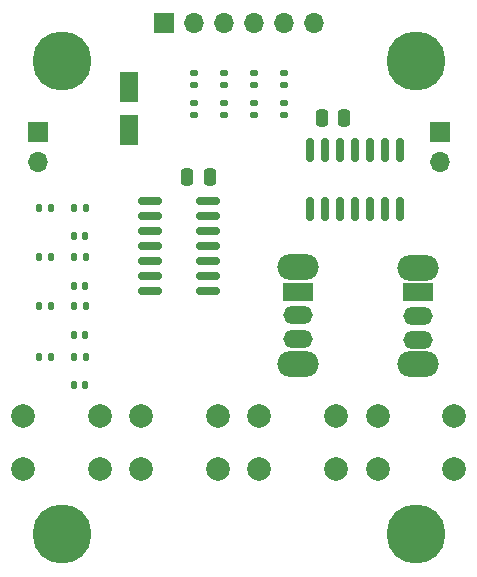
<source format=gbr>
%TF.GenerationSoftware,KiCad,Pcbnew,7.0.1-3b83917a11~172~ubuntu22.04.1*%
%TF.CreationDate,2023-04-07T18:55:38-03:00*%
%TF.ProjectId,button-debouncer,62757474-6f6e-42d6-9465-626f756e6365,rev?*%
%TF.SameCoordinates,Original*%
%TF.FileFunction,Soldermask,Top*%
%TF.FilePolarity,Negative*%
%FSLAX46Y46*%
G04 Gerber Fmt 4.6, Leading zero omitted, Abs format (unit mm)*
G04 Created by KiCad (PCBNEW 7.0.1-3b83917a11~172~ubuntu22.04.1) date 2023-04-07 18:55:38*
%MOMM*%
%LPD*%
G01*
G04 APERTURE LIST*
G04 Aperture macros list*
%AMRoundRect*
0 Rectangle with rounded corners*
0 $1 Rounding radius*
0 $2 $3 $4 $5 $6 $7 $8 $9 X,Y pos of 4 corners*
0 Add a 4 corners polygon primitive as box body*
4,1,4,$2,$3,$4,$5,$6,$7,$8,$9,$2,$3,0*
0 Add four circle primitives for the rounded corners*
1,1,$1+$1,$2,$3*
1,1,$1+$1,$4,$5*
1,1,$1+$1,$6,$7*
1,1,$1+$1,$8,$9*
0 Add four rect primitives between the rounded corners*
20,1,$1+$1,$2,$3,$4,$5,0*
20,1,$1+$1,$4,$5,$6,$7,0*
20,1,$1+$1,$6,$7,$8,$9,0*
20,1,$1+$1,$8,$9,$2,$3,0*%
G04 Aperture macros list end*
%ADD10RoundRect,0.150000X-0.825000X-0.150000X0.825000X-0.150000X0.825000X0.150000X-0.825000X0.150000X0*%
%ADD11RoundRect,0.250000X-0.250000X-0.475000X0.250000X-0.475000X0.250000X0.475000X-0.250000X0.475000X0*%
%ADD12RoundRect,0.250000X0.250000X0.475000X-0.250000X0.475000X-0.250000X-0.475000X0.250000X-0.475000X0*%
%ADD13RoundRect,0.250000X0.550000X-1.050000X0.550000X1.050000X-0.550000X1.050000X-0.550000X-1.050000X0*%
%ADD14RoundRect,0.140000X-0.140000X-0.170000X0.140000X-0.170000X0.140000X0.170000X-0.140000X0.170000X0*%
%ADD15RoundRect,0.135000X0.185000X-0.135000X0.185000X0.135000X-0.185000X0.135000X-0.185000X-0.135000X0*%
%ADD16RoundRect,0.135000X-0.135000X-0.185000X0.135000X-0.185000X0.135000X0.185000X-0.135000X0.185000X0*%
%ADD17RoundRect,0.135000X0.135000X0.185000X-0.135000X0.185000X-0.135000X-0.185000X0.135000X-0.185000X0*%
%ADD18RoundRect,0.147500X-0.172500X0.147500X-0.172500X-0.147500X0.172500X-0.147500X0.172500X0.147500X0*%
%ADD19RoundRect,0.150000X0.150000X-0.825000X0.150000X0.825000X-0.150000X0.825000X-0.150000X-0.825000X0*%
%ADD20O,3.500000X2.200000*%
%ADD21R,2.500000X1.500000*%
%ADD22O,2.500000X1.500000*%
%ADD23R,1.700000X1.700000*%
%ADD24O,1.700000X1.700000*%
%ADD25C,2.000000*%
%ADD26C,5.000000*%
G04 APERTURE END LIST*
D10*
%TO.C,U1*%
X117400000Y-66800000D03*
X117400000Y-68070000D03*
X117400000Y-69340000D03*
X117400000Y-70610000D03*
X117400000Y-71880000D03*
X117400000Y-73150000D03*
X117400000Y-74420000D03*
X112450000Y-74420000D03*
X112450000Y-73150000D03*
X112450000Y-71880000D03*
X112450000Y-70610000D03*
X112450000Y-69340000D03*
X112450000Y-68070000D03*
X112450000Y-66800000D03*
%TD*%
D11*
%TO.C,C4*%
X128950000Y-59800000D03*
X127050000Y-59800000D03*
%TD*%
D12*
%TO.C,C3*%
X115650000Y-64800000D03*
X117550000Y-64800000D03*
%TD*%
D13*
%TO.C,C1*%
X110700000Y-60800000D03*
X110700000Y-57200000D03*
%TD*%
D14*
%TO.C,C8*%
X107000000Y-69800000D03*
X106040000Y-69800000D03*
%TD*%
%TO.C,C7*%
X107000000Y-74000000D03*
X106040000Y-74000000D03*
%TD*%
%TO.C,C6*%
X106040000Y-78200000D03*
X107000000Y-78200000D03*
%TD*%
%TO.C,C5*%
X106040000Y-82430000D03*
X107000000Y-82430000D03*
%TD*%
D15*
%TO.C,R12*%
X123820000Y-59585000D03*
X123820000Y-58565000D03*
%TD*%
%TO.C,R11*%
X121280000Y-59585000D03*
X121280000Y-58565000D03*
%TD*%
%TO.C,R10*%
X118740000Y-59585000D03*
X118740000Y-58565000D03*
%TD*%
%TO.C,R9*%
X116200000Y-58565000D03*
X116200000Y-59585000D03*
%TD*%
D16*
%TO.C,R8*%
X103100000Y-67400000D03*
X104120000Y-67400000D03*
%TD*%
D17*
%TO.C,R7*%
X107060000Y-67400000D03*
X106040000Y-67400000D03*
%TD*%
D16*
%TO.C,R6*%
X104120000Y-71566668D03*
X103100000Y-71566668D03*
%TD*%
D17*
%TO.C,R5*%
X106040000Y-71566668D03*
X107060000Y-71566668D03*
%TD*%
D16*
%TO.C,R4*%
X103100000Y-75733334D03*
X104120000Y-75733334D03*
%TD*%
D17*
%TO.C,R3*%
X107060000Y-75733334D03*
X106040000Y-75733334D03*
%TD*%
D16*
%TO.C,R2*%
X103100000Y-80030000D03*
X104120000Y-80030000D03*
%TD*%
D17*
%TO.C,R1*%
X107060000Y-80030000D03*
X106040000Y-80030000D03*
%TD*%
D18*
%TO.C,D4*%
X123820000Y-56000000D03*
X123820000Y-56970000D03*
%TD*%
%TO.C,D3*%
X121280000Y-56000000D03*
X121280000Y-56970000D03*
%TD*%
%TO.C,D2*%
X118740000Y-56000000D03*
X118740000Y-56970000D03*
%TD*%
%TO.C,D1*%
X116200000Y-57000000D03*
X116200000Y-56030000D03*
%TD*%
D19*
%TO.C,U2*%
X126065000Y-62535000D03*
X127335000Y-62535000D03*
X128605000Y-62535000D03*
X129875000Y-62535000D03*
X131145000Y-62535000D03*
X132415000Y-62535000D03*
X133685000Y-62535000D03*
X133685000Y-67485000D03*
X132415000Y-67485000D03*
X131145000Y-67485000D03*
X129875000Y-67485000D03*
X128605000Y-67485000D03*
X127335000Y-67485000D03*
X126065000Y-67485000D03*
%TD*%
D20*
%TO.C,SW6*%
X135200000Y-72464000D03*
X135200000Y-80664000D03*
D21*
X135200000Y-74564000D03*
D22*
X135200000Y-76564000D03*
X135200000Y-78564000D03*
%TD*%
D20*
%TO.C,SW5*%
X125000000Y-72400000D03*
X125000000Y-80600000D03*
D21*
X125000000Y-74500000D03*
D22*
X125000000Y-76500000D03*
X125000000Y-78500000D03*
%TD*%
D23*
%TO.C,J3*%
X113660000Y-51800000D03*
D24*
X116200000Y-51800000D03*
X118740000Y-51800000D03*
X121280000Y-51800000D03*
X123820000Y-51800000D03*
X126360000Y-51800000D03*
%TD*%
D25*
%TO.C,SW4*%
X131750000Y-89550000D03*
X138250000Y-89550000D03*
X131750000Y-85050000D03*
X138250000Y-85050000D03*
%TD*%
%TO.C,SW3*%
X121750000Y-89550000D03*
X128250000Y-89550000D03*
X121750000Y-85050000D03*
X128250000Y-85050000D03*
%TD*%
%TO.C,SW2*%
X111750000Y-89550000D03*
X118250000Y-89550000D03*
X111750000Y-85050000D03*
X118250000Y-85050000D03*
%TD*%
%TO.C,SW1*%
X101750000Y-89550000D03*
X108250000Y-89550000D03*
X101750000Y-85050000D03*
X108250000Y-85050000D03*
%TD*%
D24*
%TO.C,J2*%
X137000000Y-63540000D03*
D23*
X137000000Y-61000000D03*
%TD*%
D24*
%TO.C,J1*%
X103000000Y-63540000D03*
D23*
X103000000Y-61000000D03*
%TD*%
D26*
%TO.C,H4*%
X135000000Y-95000000D03*
%TD*%
%TO.C,H3*%
X105000000Y-95000000D03*
%TD*%
%TO.C,H2*%
X135000000Y-55000000D03*
%TD*%
%TO.C,H1*%
X105000000Y-55000000D03*
%TD*%
M02*

</source>
